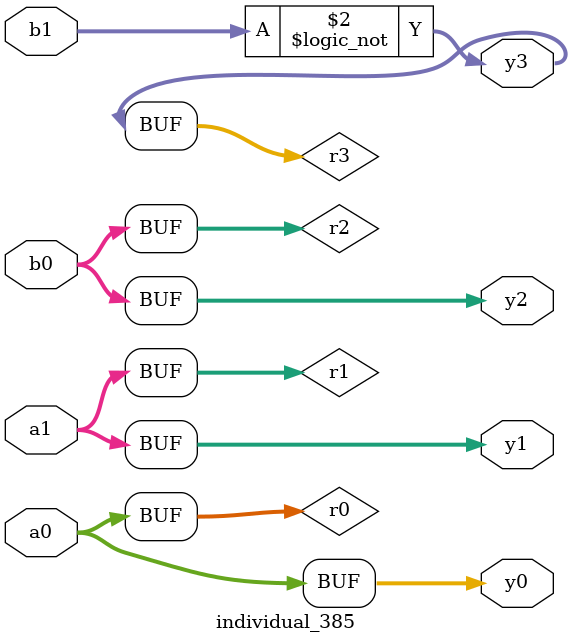
<source format=sv>
module individual_385(input logic [15:0] a1, input logic [15:0] a0, input logic [15:0] b1, input logic [15:0] b0, output logic [15:0] y3, output logic [15:0] y2, output logic [15:0] y1, output logic [15:0] y0);
logic [15:0] r0, r1, r2, r3; 
 always@(*) begin 
	 r0 = a0; r1 = a1; r2 = b0; r3 = b1; 
 	 r3 = ! r3 ;
 	 y3 = r3; y2 = r2; y1 = r1; y0 = r0; 
end
endmodule
</source>
